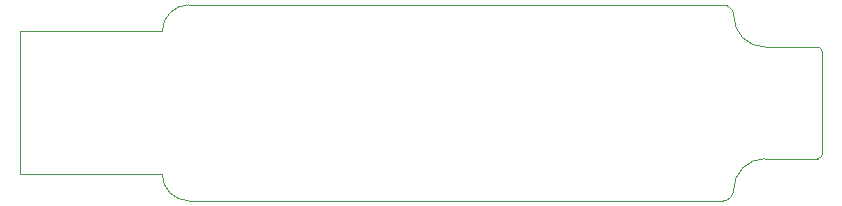
<source format=gbr>
%TF.GenerationSoftware,KiCad,Pcbnew,(5.1.6)-1*%
%TF.CreationDate,2020-12-02T12:11:42+01:00*%
%TF.ProjectId,LoRa_Dongle_Thin,4c6f5261-5f44-46f6-9e67-6c655f546869,rev?*%
%TF.SameCoordinates,Original*%
%TF.FileFunction,Profile,NP*%
%FSLAX46Y46*%
G04 Gerber Fmt 4.6, Leading zero omitted, Abs format (unit mm)*
G04 Created by KiCad (PCBNEW (5.1.6)-1) date 2020-12-02 12:11:42*
%MOMM*%
%LPD*%
G01*
G04 APERTURE LIST*
%TA.AperFunction,Profile*%
%ADD10C,0.050000*%
%TD*%
G04 APERTURE END LIST*
D10*
X70987400Y49834800D02*
G75*
G02*
X70059800Y48907200I-927600J0D01*
G01*
X70987400Y49834800D02*
G75*
G02*
X73629000Y52476400I2641600J0D01*
G01*
X76092800Y52476400D02*
X73629000Y52476400D01*
X70059800Y65494400D02*
G75*
G02*
X70987400Y64566800I0J-927600D01*
G01*
X73629000Y61925200D02*
G75*
G02*
X70987400Y64566800I0J2641600D01*
G01*
X22606000Y63246000D02*
G75*
G02*
X24854400Y65494400I2248400J0D01*
G01*
X24854400Y48907200D02*
G75*
G02*
X22606000Y51155600I0J2248400D01*
G01*
X24854400Y48907200D02*
X70059800Y48907200D01*
X78099400Y61925200D02*
G75*
G02*
X78480400Y61544200I0J-381000D01*
G01*
X78480400Y52857400D02*
G75*
G02*
X78099400Y52476400I-381000J0D01*
G01*
X78099400Y52476400D02*
X76092800Y52476400D01*
X78099400Y61925200D02*
X73629000Y61925200D01*
X10591800Y51155600D02*
X22606000Y51155600D01*
X10591800Y63246000D02*
X10591800Y51155600D01*
X78480400Y61544200D02*
X78480400Y52857400D01*
X24854400Y65494400D02*
X70059800Y65494400D01*
X10591800Y63246000D02*
X22606000Y63246000D01*
M02*

</source>
